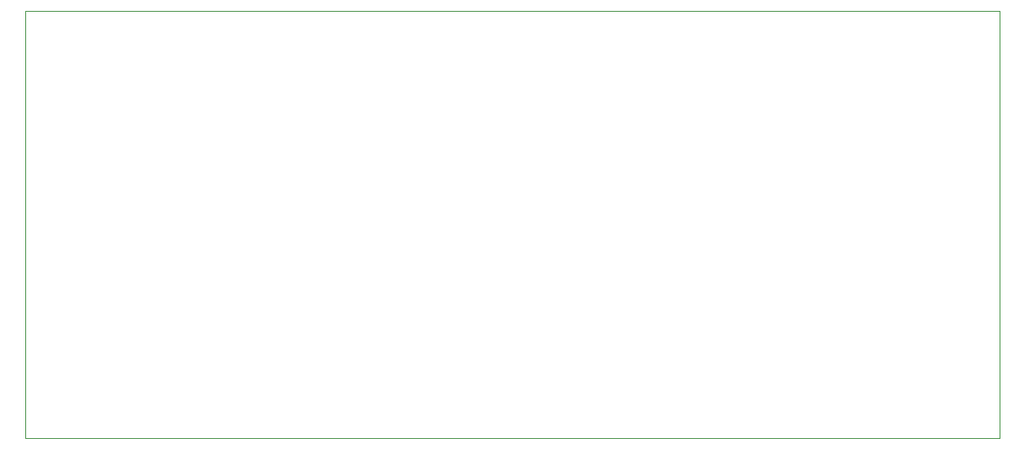
<source format=gm1>
%TF.GenerationSoftware,KiCad,Pcbnew,(7.0.0)*%
%TF.CreationDate,2023-07-10T13:28:02+01:00*%
%TF.ProjectId,lc-b3-mpa,6c632d62-332d-46d7-9061-2e6b69636164,rev?*%
%TF.SameCoordinates,PX5bf2160PY7a21618*%
%TF.FileFunction,Profile,NP*%
%FSLAX46Y46*%
G04 Gerber Fmt 4.6, Leading zero omitted, Abs format (unit mm)*
G04 Created by KiCad (PCBNEW (7.0.0)) date 2023-07-10 13:28:02*
%MOMM*%
%LPD*%
G01*
G04 APERTURE LIST*
%TA.AperFunction,Profile*%
%ADD10C,0.100000*%
%TD*%
G04 APERTURE END LIST*
D10*
X0Y0D02*
X0Y43000000D01*
X0Y43000000D02*
X98000000Y43000000D01*
X0Y0D02*
X98000000Y0D01*
X98000000Y43000000D02*
X98000000Y0D01*
M02*

</source>
